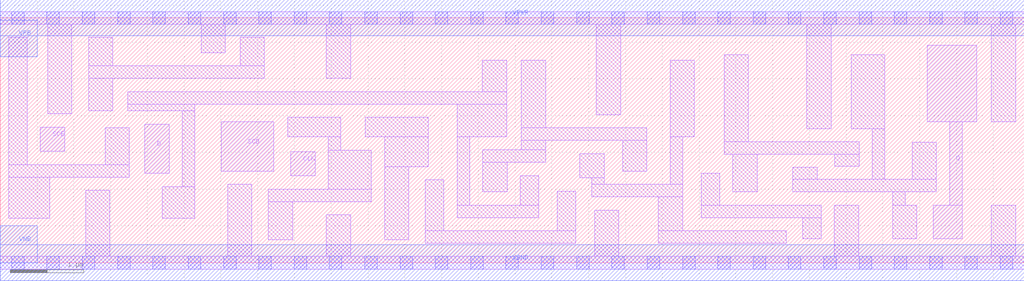
<source format=lef>
# Copyright 2020 The SkyWater PDK Authors
#
# Licensed under the Apache License, Version 2.0 (the "License");
# you may not use this file except in compliance with the License.
# You may obtain a copy of the License at
#
#     https://www.apache.org/licenses/LICENSE-2.0
#
# Unless required by applicable law or agreed to in writing, software
# distributed under the License is distributed on an "AS IS" BASIS,
# WITHOUT WARRANTIES OR CONDITIONS OF ANY KIND, either express or implied.
# See the License for the specific language governing permissions and
# limitations under the License.
#
# SPDX-License-Identifier: Apache-2.0

VERSION 5.5 ;
NAMESCASESENSITIVE ON ;
BUSBITCHARS "[]" ;
DIVIDERCHAR "/" ;
MACRO sky130_fd_sc_lp__sdfxtp_lp
  CLASS CORE ;
  SOURCE USER ;
  ORIGIN  0.000000  0.000000 ;
  SIZE  13.92000 BY  3.330000 ;
  SYMMETRY X Y R90 ;
  SITE unit ;
  PIN D
    ANTENNAGATEAREA  0.313000 ;
    DIRECTION INPUT ;
    USE SIGNAL ;
    PORT
      LAYER li1 ;
        RECT 1.965000 1.215000 2.295000 1.885000 ;
    END
  END D
  PIN Q
    ANTENNADIFFAREA  0.404700 ;
    DIRECTION OUTPUT ;
    USE SIGNAL ;
    PORT
      LAYER li1 ;
        RECT 12.605000 1.920000 13.275000 2.960000 ;
        RECT 12.685000 0.325000 13.075000 0.785000 ;
        RECT 12.905000 0.785000 13.075000 1.920000 ;
    END
  END Q
  PIN SCD
    ANTENNAGATEAREA  0.313000 ;
    DIRECTION INPUT ;
    USE SIGNAL ;
    PORT
      LAYER li1 ;
        RECT 3.005000 1.245000 3.715000 1.915000 ;
    END
  END SCD
  PIN SCE
    ANTENNAGATEAREA  0.689000 ;
    DIRECTION INPUT ;
    USE SIGNAL ;
    PORT
      LAYER li1 ;
        RECT 0.545000 1.515000 0.875000 1.845000 ;
    END
  END SCE
  PIN CLK
    ANTENNAGATEAREA  0.376000 ;
    DIRECTION INPUT ;
    USE CLOCK ;
    PORT
      LAYER li1 ;
        RECT 3.950000 1.180000 4.280000 1.510000 ;
    END
  END CLK
  PIN VGND
    DIRECTION INOUT ;
    USE GROUND ;
    PORT
      LAYER met1 ;
        RECT 0.000000 -0.245000 13.920000 0.245000 ;
    END
  END VGND
  PIN VNB
    DIRECTION INOUT ;
    USE GROUND ;
    PORT
    END
  END VNB
  PIN VPB
    DIRECTION INOUT ;
    USE POWER ;
    PORT
    END
  END VPB
  PIN VNB
    DIRECTION INOUT ;
    USE GROUND ;
    PORT
      LAYER met1 ;
        RECT 0.000000 0.000000 0.500000 0.500000 ;
    END
  END VNB
  PIN VPB
    DIRECTION INOUT ;
    USE POWER ;
    PORT
      LAYER met1 ;
        RECT 0.000000 2.800000 0.500000 3.300000 ;
    END
  END VPB
  PIN VPWR
    DIRECTION INOUT ;
    USE POWER ;
    PORT
      LAYER met1 ;
        RECT 0.000000 3.085000 13.920000 3.575000 ;
    END
  END VPWR
  OBS
    LAYER li1 ;
      RECT  0.000000 -0.085000 13.920000 0.085000 ;
      RECT  0.000000  3.245000 13.920000 3.415000 ;
      RECT  0.115000  0.605000  0.670000 1.165000 ;
      RECT  0.115000  1.165000  1.755000 1.335000 ;
      RECT  0.115000  1.335000  0.365000 3.065000 ;
      RECT  0.645000  2.025000  0.975000 3.245000 ;
      RECT  1.160000  0.085000  1.490000 0.985000 ;
      RECT  1.200000  2.065000  1.530000 2.505000 ;
      RECT  1.200000  2.505000  3.590000 2.675000 ;
      RECT  1.200000  2.675000  1.530000 3.065000 ;
      RECT  1.425000  1.335000  1.755000 1.835000 ;
      RECT  1.730000  2.065000  2.645000 2.155000 ;
      RECT  1.730000  2.155000  6.885000 2.325000 ;
      RECT  2.200000  0.605000  2.645000 1.035000 ;
      RECT  2.475000  1.035000  2.645000 2.065000 ;
      RECT  2.730000  2.855000  3.060000 3.245000 ;
      RECT  3.090000  0.085000  3.420000 1.065000 ;
      RECT  3.260000  2.675000  3.590000 3.065000 ;
      RECT  3.645000  0.310000  3.975000 0.830000 ;
      RECT  3.645000  0.830000  5.045000 1.000000 ;
      RECT  3.905000  1.715000  4.630000 1.975000 ;
      RECT  4.435000  0.085000  4.765000 0.650000 ;
      RECT  4.435000  2.505000  4.765000 3.245000 ;
      RECT  4.460000  1.000000  5.045000 1.530000 ;
      RECT  4.460000  1.530000  4.630000 1.715000 ;
      RECT  4.965000  1.715000  5.820000 1.975000 ;
      RECT  5.225000  0.310000  5.555000 1.305000 ;
      RECT  5.225000  1.305000  5.820000 1.715000 ;
      RECT  5.780000  0.265000  7.825000 0.435000 ;
      RECT  5.780000  0.435000  6.030000 1.125000 ;
      RECT  6.210000  0.615000  7.320000 0.785000 ;
      RECT  6.210000  0.785000  6.380000 1.715000 ;
      RECT  6.210000  1.715000  6.885000 2.155000 ;
      RECT  6.555000  2.325000  6.885000 2.755000 ;
      RECT  6.560000  0.965000  6.890000 1.365000 ;
      RECT  6.560000  1.365000  7.415000 1.535000 ;
      RECT  7.070000  0.785000  7.320000 1.185000 ;
      RECT  7.085000  1.535000  7.415000 1.665000 ;
      RECT  7.085000  1.665000  8.790000 1.835000 ;
      RECT  7.085000  1.835000  7.415000 2.755000 ;
      RECT  7.575000  0.435000  7.825000 0.975000 ;
      RECT  7.880000  1.155000  8.210000 1.485000 ;
      RECT  8.040000  0.895000  9.275000 1.065000 ;
      RECT  8.040000  1.065000  8.210000 1.155000 ;
      RECT  8.080000  0.085000  8.410000 0.715000 ;
      RECT  8.105000  2.015000  8.435000 3.245000 ;
      RECT  8.460000  1.245000  8.790000 1.665000 ;
      RECT  8.945000  0.265000 10.685000 0.435000 ;
      RECT  8.945000  0.435000  9.275000 0.895000 ;
      RECT  9.105000  1.065000  9.275000 1.715000 ;
      RECT  9.105000  1.715000  9.435000 2.755000 ;
      RECT  9.530000  0.615000 11.160000 0.785000 ;
      RECT  9.530000  0.785000  9.780000 1.215000 ;
      RECT  9.840000  1.475000 11.675000 1.645000 ;
      RECT  9.840000  1.645000 10.170000 2.825000 ;
      RECT  9.960000  0.965000 10.290000 1.475000 ;
      RECT 10.775000  0.965000 12.725000 1.135000 ;
      RECT 10.775000  1.135000 11.105000 1.295000 ;
      RECT 10.910000  0.325000 11.160000 0.615000 ;
      RECT 10.965000  1.825000 11.295000 3.245000 ;
      RECT 11.340000  0.085000 11.670000 0.785000 ;
      RECT 11.345000  1.315000 11.675000 1.475000 ;
      RECT 11.570000  1.825000 12.025000 2.825000 ;
      RECT 11.855000  1.135000 12.025000 1.825000 ;
      RECT 12.130000  0.325000 12.460000 0.785000 ;
      RECT 12.130000  0.785000 12.300000 0.965000 ;
      RECT 12.395000  1.135000 12.725000 1.635000 ;
      RECT 13.475000  0.085000 13.805000 0.785000 ;
      RECT 13.475000  1.920000 13.805000 3.245000 ;
    LAYER mcon ;
      RECT  0.155000 -0.085000  0.325000 0.085000 ;
      RECT  0.155000  3.245000  0.325000 3.415000 ;
      RECT  0.635000 -0.085000  0.805000 0.085000 ;
      RECT  0.635000  3.245000  0.805000 3.415000 ;
      RECT  1.115000 -0.085000  1.285000 0.085000 ;
      RECT  1.115000  3.245000  1.285000 3.415000 ;
      RECT  1.595000 -0.085000  1.765000 0.085000 ;
      RECT  1.595000  3.245000  1.765000 3.415000 ;
      RECT  2.075000 -0.085000  2.245000 0.085000 ;
      RECT  2.075000  3.245000  2.245000 3.415000 ;
      RECT  2.555000 -0.085000  2.725000 0.085000 ;
      RECT  2.555000  3.245000  2.725000 3.415000 ;
      RECT  3.035000 -0.085000  3.205000 0.085000 ;
      RECT  3.035000  3.245000  3.205000 3.415000 ;
      RECT  3.515000 -0.085000  3.685000 0.085000 ;
      RECT  3.515000  3.245000  3.685000 3.415000 ;
      RECT  3.995000 -0.085000  4.165000 0.085000 ;
      RECT  3.995000  3.245000  4.165000 3.415000 ;
      RECT  4.475000 -0.085000  4.645000 0.085000 ;
      RECT  4.475000  3.245000  4.645000 3.415000 ;
      RECT  4.955000 -0.085000  5.125000 0.085000 ;
      RECT  4.955000  3.245000  5.125000 3.415000 ;
      RECT  5.435000 -0.085000  5.605000 0.085000 ;
      RECT  5.435000  3.245000  5.605000 3.415000 ;
      RECT  5.915000 -0.085000  6.085000 0.085000 ;
      RECT  5.915000  3.245000  6.085000 3.415000 ;
      RECT  6.395000 -0.085000  6.565000 0.085000 ;
      RECT  6.395000  3.245000  6.565000 3.415000 ;
      RECT  6.875000 -0.085000  7.045000 0.085000 ;
      RECT  6.875000  3.245000  7.045000 3.415000 ;
      RECT  7.355000 -0.085000  7.525000 0.085000 ;
      RECT  7.355000  3.245000  7.525000 3.415000 ;
      RECT  7.835000 -0.085000  8.005000 0.085000 ;
      RECT  7.835000  3.245000  8.005000 3.415000 ;
      RECT  8.315000 -0.085000  8.485000 0.085000 ;
      RECT  8.315000  3.245000  8.485000 3.415000 ;
      RECT  8.795000 -0.085000  8.965000 0.085000 ;
      RECT  8.795000  3.245000  8.965000 3.415000 ;
      RECT  9.275000 -0.085000  9.445000 0.085000 ;
      RECT  9.275000  3.245000  9.445000 3.415000 ;
      RECT  9.755000 -0.085000  9.925000 0.085000 ;
      RECT  9.755000  3.245000  9.925000 3.415000 ;
      RECT 10.235000 -0.085000 10.405000 0.085000 ;
      RECT 10.235000  3.245000 10.405000 3.415000 ;
      RECT 10.715000 -0.085000 10.885000 0.085000 ;
      RECT 10.715000  3.245000 10.885000 3.415000 ;
      RECT 11.195000 -0.085000 11.365000 0.085000 ;
      RECT 11.195000  3.245000 11.365000 3.415000 ;
      RECT 11.675000 -0.085000 11.845000 0.085000 ;
      RECT 11.675000  3.245000 11.845000 3.415000 ;
      RECT 12.155000 -0.085000 12.325000 0.085000 ;
      RECT 12.155000  3.245000 12.325000 3.415000 ;
      RECT 12.635000 -0.085000 12.805000 0.085000 ;
      RECT 12.635000  3.245000 12.805000 3.415000 ;
      RECT 13.115000 -0.085000 13.285000 0.085000 ;
      RECT 13.115000  3.245000 13.285000 3.415000 ;
      RECT 13.595000 -0.085000 13.765000 0.085000 ;
      RECT 13.595000  3.245000 13.765000 3.415000 ;
  END
END sky130_fd_sc_lp__sdfxtp_lp
END LIBRARY

</source>
